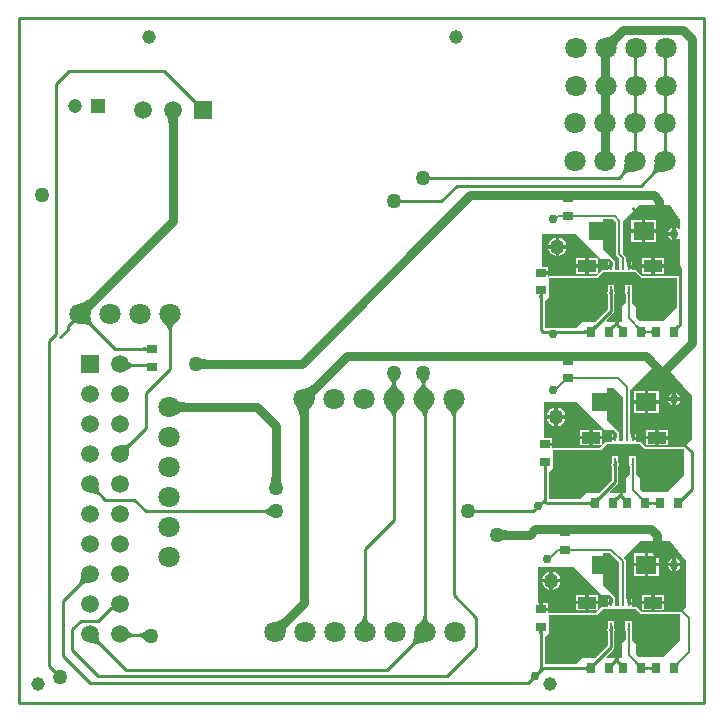
<source format=gtl>
G04*
G04 #@! TF.GenerationSoftware,Altium Limited,Altium Designer,22.4.2 (48)*
G04*
G04 Layer_Physical_Order=1*
G04 Layer_Color=255*
%FSLAX25Y25*%
%MOIN*%
G70*
G04*
G04 #@! TF.SameCoordinates,78AC0251-C41B-4C09-997F-A4DA7E128E32*
G04*
G04*
G04 #@! TF.FilePolarity,Positive*
G04*
G01*
G75*
%ADD12C,0.00787*%
%ADD14C,0.01000*%
%ADD23R,0.01102X0.01968*%
%ADD33R,0.03543X0.02756*%
%ADD34C,0.03000*%
%ADD35R,0.07087X0.06299*%
%ADD36R,0.02756X0.03543*%
%ADD37R,0.06000X0.04000*%
%ADD38R,0.06300X0.03500*%
%ADD39C,0.03150*%
%ADD40C,0.07087*%
%ADD41C,0.02000*%
%ADD42C,0.04535*%
%ADD43C,0.05906*%
%ADD44R,0.05906X0.05906*%
%ADD45R,0.05906X0.05906*%
%ADD46R,0.04724X0.04724*%
%ADD47C,0.04724*%
%ADD48C,0.05000*%
G36*
X200531Y221138D02*
X200278Y220873D01*
X200052Y220608D01*
X199853Y220345D01*
X199681Y220083D01*
X199536Y219823D01*
X199417Y219564D01*
X199326Y219306D01*
X199261Y219049D01*
X199223Y218794D01*
X199212Y218539D01*
X195705Y222047D01*
X195959Y222058D01*
X196214Y222096D01*
X196471Y222160D01*
X196729Y222252D01*
X196988Y222370D01*
X197249Y222516D01*
X197511Y222688D01*
X197774Y222887D01*
X198038Y223113D01*
X198303Y223365D01*
X200531Y221138D01*
D02*
G37*
G36*
X58604Y201283D02*
X58973Y200970D01*
X59136Y200855D01*
X59285Y200769D01*
X59419Y200712D01*
X59539Y200682D01*
X59644Y200681D01*
X59735Y200708D01*
X59812Y200763D01*
X58410Y199361D01*
X58465Y199438D01*
X58492Y199529D01*
X58491Y199634D01*
X58462Y199754D01*
X58404Y199889D01*
X58318Y200037D01*
X58203Y200200D01*
X58061Y200377D01*
X57691Y200775D01*
X58398Y201483D01*
X58604Y201283D01*
D02*
G37*
G36*
X53312Y195617D02*
X53228Y195485D01*
X53154Y195329D01*
X53091Y195149D01*
X53036Y194945D01*
X52992Y194717D01*
X52958Y194465D01*
X52918Y193889D01*
X52913Y193565D01*
X49764D01*
X49759Y193889D01*
X49720Y194465D01*
X49685Y194717D01*
X49641Y194945D01*
X49587Y195149D01*
X49523Y195329D01*
X49449Y195485D01*
X49365Y195617D01*
X49272Y195726D01*
X53405D01*
X53312Y195617D01*
D02*
G37*
G36*
X215476Y177165D02*
X214941Y177163D01*
X213988Y177106D01*
X213570Y177052D01*
X213191Y176981D01*
X212851Y176893D01*
X212550Y176788D01*
X212288Y176666D01*
X212066Y176527D01*
X211882Y176371D01*
X211175Y177078D01*
X211330Y177262D01*
X211469Y177485D01*
X211591Y177747D01*
X211696Y178048D01*
X211784Y178388D01*
X211855Y178767D01*
X211909Y179185D01*
X211966Y180138D01*
X211969Y180673D01*
X215476Y177165D01*
D02*
G37*
G36*
X205476D02*
X204941Y177163D01*
X203988Y177106D01*
X203570Y177052D01*
X203191Y176981D01*
X202851Y176893D01*
X202550Y176788D01*
X202288Y176666D01*
X202065Y176527D01*
X201882Y176371D01*
X201174Y177078D01*
X201330Y177262D01*
X201469Y177485D01*
X201591Y177747D01*
X201696Y178048D01*
X201784Y178388D01*
X201855Y178767D01*
X201909Y179185D01*
X201966Y180138D01*
X201969Y180673D01*
X205476Y177165D01*
D02*
G37*
G36*
X220472Y161028D02*
Y158191D01*
X219972Y157984D01*
X219688Y158268D01*
X219094Y158514D01*
Y156496D01*
Y154478D01*
X219688Y154724D01*
X219972Y155008D01*
X220472Y154801D01*
Y142421D01*
X219668D01*
X219288Y142579D01*
X207651D01*
X206069Y144160D01*
X205610Y144350D01*
X204488D01*
Y144882D01*
X203346D01*
Y145473D01*
X202756D01*
Y147047D01*
X202529D01*
Y147057D01*
X202427D01*
X202422Y147111D01*
X202421Y147238D01*
X202391Y147309D01*
Y148524D01*
X202314Y148911D01*
X202094Y149240D01*
X201476Y149858D01*
Y160728D01*
X206988Y166240D01*
X217224D01*
X220472Y161028D01*
D02*
G37*
G36*
X201773Y147082D02*
X201808Y146642D01*
X201824Y146571D01*
X201843Y146516D01*
X201865Y146476D01*
X201889Y146453D01*
X201917Y146445D01*
X200839D01*
X200866Y146453D01*
X200891Y146476D01*
X200913Y146516D01*
X200932Y146571D01*
X200948Y146642D01*
X200961Y146728D01*
X200978Y146949D01*
X200984Y147232D01*
X201772D01*
X201773Y147082D01*
D02*
G37*
G36*
X199184Y160167D02*
Y149705D01*
X199261Y149317D01*
X199480Y148988D01*
X200098Y148370D01*
Y144488D01*
X198622D01*
Y145330D01*
X198681Y145473D01*
Y146809D01*
X198714Y146890D01*
X198779Y147047D01*
Y147047D01*
Y147047D01*
X198668Y147316D01*
X198622Y147427D01*
Y147539D01*
X194685Y151476D01*
Y161388D01*
X197962D01*
X199184Y160167D01*
D02*
G37*
G36*
X194242Y148179D02*
X196998Y148179D01*
X198130Y147047D01*
X198031D01*
Y145473D01*
X197441D01*
Y144882D01*
X196299D01*
Y144350D01*
X194685D01*
X194226Y144160D01*
X192447Y142382D01*
X176772D01*
X176378Y142219D01*
Y142913D01*
X174016D01*
Y144095D01*
X176378D01*
Y145473D01*
X174360D01*
Y156496D01*
X185925D01*
X194242Y148179D01*
D02*
G37*
G36*
X203858Y137012D02*
X203833Y136988D01*
X203811Y136949D01*
X203793Y136894D01*
X203777Y136823D01*
X203763Y136736D01*
X203746Y136516D01*
X203740Y136232D01*
X202953D01*
X202951Y136382D01*
X202916Y136823D01*
X202900Y136894D01*
X202882Y136949D01*
X202860Y136988D01*
X202835Y137012D01*
X202807Y137020D01*
X203886D01*
X203858Y137012D01*
D02*
G37*
G36*
X197973Y137010D02*
X197966Y136980D01*
X197960Y136930D01*
X197951Y136770D01*
X197941Y136020D01*
X196941D01*
X196902Y137020D01*
X197980D01*
X197973Y137010D01*
D02*
G37*
G36*
X174921Y136234D02*
X174836Y136204D01*
X174761Y136153D01*
X174696Y136083D01*
X174641Y135992D01*
X174596Y135880D01*
X174561Y135749D01*
X174536Y135597D01*
X174521Y135425D01*
X174516Y135232D01*
X173516D01*
X173511Y135425D01*
X173496Y135597D01*
X173471Y135749D01*
X173436Y135880D01*
X173391Y135992D01*
X173336Y136083D01*
X173271Y136153D01*
X173196Y136204D01*
X173111Y136234D01*
X173016Y136244D01*
X175016D01*
X174921Y136234D01*
D02*
G37*
G36*
X25216Y132555D02*
X24963Y132290D01*
X24737Y132026D01*
X24538Y131763D01*
X24366Y131501D01*
X24221Y131240D01*
X24102Y130981D01*
X24011Y130723D01*
X23946Y130466D01*
X23908Y130211D01*
X23898Y129957D01*
X20390Y133464D01*
X20644Y133475D01*
X20899Y133513D01*
X21156Y133578D01*
X21414Y133669D01*
X21673Y133788D01*
X21934Y133933D01*
X22196Y134105D01*
X22459Y134304D01*
X22723Y134530D01*
X22988Y134783D01*
X25216Y132555D01*
D02*
G37*
G36*
X207382Y141929D02*
X219288D01*
Y132083D01*
X214764Y127559D01*
X206791D01*
X205610Y128740D01*
Y132116D01*
X204360Y133366D01*
Y136151D01*
X204390Y136219D01*
X204393Y136408D01*
X204498D01*
Y136930D01*
X204535Y137020D01*
X204500Y137106D01*
X204510Y137198D01*
X204498Y137214D01*
Y139576D01*
X202195D01*
Y137214D01*
X202183Y137198D01*
X202193Y137106D01*
X202158Y137020D01*
X202195Y136930D01*
Y136408D01*
X202298D01*
X202302Y136353D01*
X202303Y136226D01*
X202333Y136156D01*
Y133366D01*
X201181Y132283D01*
Y127165D01*
X195940D01*
X195749Y127627D01*
X198234Y130112D01*
X198234Y130112D01*
X198477Y130476D01*
X198563Y130905D01*
Y135947D01*
X198590Y136011D01*
X198600Y136747D01*
X198607Y136873D01*
X198611Y136904D01*
X198599Y136946D01*
X198630Y137020D01*
X198610Y137066D01*
X198623Y137114D01*
X198592Y137165D01*
Y139576D01*
X196290D01*
Y137110D01*
X196252Y137020D01*
X196257Y137007D01*
X196253Y136995D01*
X196292Y135995D01*
X196319Y135935D01*
Y131370D01*
X192115Y127165D01*
X187795D01*
X185827Y125197D01*
X175591D01*
Y134252D01*
X176772Y135433D01*
Y141732D01*
X192717D01*
X194685Y143701D01*
X205610D01*
X207382Y141929D01*
D02*
G37*
G36*
X21950Y129736D02*
X22012Y129527D01*
X22115Y129293D01*
X22259Y129036D01*
X22445Y128755D01*
X22582Y128570D01*
X23898Y129886D01*
X23900Y129351D01*
X23957Y128398D01*
X24011Y127980D01*
X24082Y127601D01*
X24170Y127261D01*
X24275Y126960D01*
X24397Y126698D01*
X24536Y126475D01*
X24692Y126291D01*
X23984Y125584D01*
X23801Y125740D01*
X23578Y125879D01*
X23316Y126001D01*
X23015Y126105D01*
X22675Y126193D01*
X22296Y126264D01*
X21878Y126318D01*
X20925Y126375D01*
X20390Y126378D01*
X21705Y127693D01*
X21521Y127831D01*
X21239Y128016D01*
X20982Y128161D01*
X20749Y128264D01*
X20539Y128326D01*
X20353Y128347D01*
X21929Y129922D01*
X21950Y129736D01*
D02*
G37*
G36*
X220380Y125579D02*
X220182Y125373D01*
X219871Y125006D01*
X219758Y124843D01*
X219673Y124695D01*
X219617Y124560D01*
X219588Y124440D01*
Y124334D01*
X219617Y124242D01*
X219673Y124164D01*
X218259Y125579D01*
X218337Y125522D01*
X218428Y125494D01*
X218535D01*
X218655Y125522D01*
X218789Y125579D01*
X218938Y125663D01*
X219100Y125777D01*
X219277Y125918D01*
X219673Y126286D01*
X220380Y125579D01*
D02*
G37*
G36*
X198727Y125578D02*
X198527Y125372D01*
X198214Y125003D01*
X198100Y124840D01*
X198013Y124692D01*
X197956Y124557D01*
X197926Y124438D01*
X197925Y124332D01*
X197952Y124241D01*
X198008Y124164D01*
X196605Y125566D01*
X196682Y125511D01*
X196773Y125484D01*
X196879Y125485D01*
X196998Y125515D01*
X197133Y125573D01*
X197281Y125659D01*
X197444Y125773D01*
X197622Y125916D01*
X198020Y126286D01*
X198727Y125578D01*
D02*
G37*
G36*
X192821D02*
X192622Y125372D01*
X192308Y125003D01*
X192194Y124840D01*
X192108Y124692D01*
X192050Y124557D01*
X192021Y124438D01*
X192019Y124332D01*
X192047Y124241D01*
X192102Y124164D01*
X190700Y125566D01*
X190777Y125511D01*
X190868Y125484D01*
X190973Y125485D01*
X191093Y125515D01*
X191227Y125573D01*
X191376Y125659D01*
X191539Y125773D01*
X191716Y125916D01*
X192114Y126286D01*
X192821Y125578D01*
D02*
G37*
G36*
X206277Y125978D02*
X206568Y125731D01*
X206696Y125641D01*
X206813Y125573D01*
X206919Y125527D01*
X207013Y125503D01*
X207096Y125502D01*
X207168Y125523D01*
X207228Y125567D01*
X206126Y124465D01*
X206170Y124525D01*
X206191Y124597D01*
X206190Y124680D01*
X206166Y124774D01*
X206120Y124880D01*
X206052Y124997D01*
X205962Y125125D01*
X205850Y125265D01*
X205558Y125579D01*
X206114Y126135D01*
X206277Y125978D01*
D02*
G37*
G36*
X52458Y127010D02*
X51825Y126296D01*
X51567Y125963D01*
X51349Y125644D01*
X51171Y125342D01*
X51033Y125055D01*
X50933Y124784D01*
X50874Y124528D01*
X50854Y124287D01*
X49854D01*
X49834Y124528D01*
X49775Y124784D01*
X49676Y125055D01*
X49538Y125342D01*
X49359Y125644D01*
X49141Y125963D01*
X48884Y126296D01*
X48250Y127010D01*
X47874Y127391D01*
X52835D01*
X52458Y127010D01*
D02*
G37*
G36*
X200415Y126086D02*
X200784Y125773D01*
X200947Y125659D01*
X201096Y125573D01*
X201230Y125515D01*
X201350Y125485D01*
X201455Y125484D01*
X201546Y125511D01*
X201623Y125567D01*
X200221Y124164D01*
X200276Y124241D01*
X200303Y124332D01*
X200302Y124438D01*
X200273Y124557D01*
X200215Y124692D01*
X200129Y124840D01*
X200014Y125003D01*
X199872Y125181D01*
X199502Y125579D01*
X200209Y126286D01*
X200415Y126086D01*
D02*
G37*
G36*
X211048Y123031D02*
X211040Y123106D01*
X211016Y123173D01*
X210976Y123232D01*
X210920Y123284D01*
X210848Y123327D01*
X210760Y123362D01*
X210656Y123390D01*
X210536Y123409D01*
X210400Y123421D01*
X210248Y123425D01*
Y124213D01*
X210400Y124217D01*
X210536Y124228D01*
X210656Y124248D01*
X210760Y124276D01*
X210848Y124311D01*
X210920Y124354D01*
X210976Y124406D01*
X211016Y124465D01*
X211040Y124531D01*
X211048Y124606D01*
Y123031D01*
D02*
G37*
G36*
X208854Y124531D02*
X208878Y124465D01*
X208917Y124406D01*
X208972Y124354D01*
X209043Y124311D01*
X209130Y124276D01*
X209232Y124248D01*
X209350Y124228D01*
X209484Y124217D01*
X209634Y124213D01*
Y123425D01*
X209484Y123421D01*
X209350Y123409D01*
X209232Y123390D01*
X209130Y123362D01*
X209043Y123327D01*
X208972Y123284D01*
X208917Y123232D01*
X208878Y123173D01*
X208854Y123106D01*
X208846Y123031D01*
Y124606D01*
X208854Y124531D01*
D02*
G37*
G36*
X189382Y122819D02*
X189372Y122914D01*
X189342Y122999D01*
X189292Y123074D01*
X189222Y123139D01*
X189132Y123194D01*
X189022Y123239D01*
X188892Y123274D01*
X188742Y123299D01*
X188572Y123314D01*
X188382Y123319D01*
Y124319D01*
X188572Y124324D01*
X188742Y124339D01*
X188892Y124364D01*
X189022Y124399D01*
X189132Y124444D01*
X189222Y124499D01*
X189292Y124564D01*
X189342Y124639D01*
X189372Y124724D01*
X189382Y124819D01*
Y122819D01*
D02*
G37*
G36*
X42544Y117110D02*
X42534Y117205D01*
X42503Y117290D01*
X42453Y117365D01*
X42382Y117430D01*
X42291Y117485D01*
X42179Y117530D01*
X42048Y117565D01*
X41896Y117590D01*
X41724Y117605D01*
X41532Y117610D01*
Y118610D01*
X41724Y118615D01*
X41896Y118630D01*
X42048Y118655D01*
X42179Y118690D01*
X42291Y118735D01*
X42382Y118790D01*
X42453Y118855D01*
X42503Y118930D01*
X42534Y119015D01*
X42544Y119110D01*
Y117110D01*
D02*
G37*
G36*
Y111598D02*
X42533Y111693D01*
X42502Y111778D01*
X42451Y111853D01*
X42380Y111918D01*
X42289Y111973D01*
X42178Y112018D01*
X42046Y112053D01*
X41895Y112078D01*
X41723Y112093D01*
X41532Y112098D01*
Y113098D01*
X41722Y113103D01*
X41892Y113117D01*
X42042Y113141D01*
X42172Y113174D01*
X42282Y113216D01*
X42372Y113268D01*
X42442Y113330D01*
X42492Y113401D01*
X42522Y113481D01*
X42532Y113571D01*
X42544Y111598D01*
D02*
G37*
G36*
X60888Y114906D02*
X60962Y114876D01*
X61062Y114850D01*
X61188Y114827D01*
X61340Y114808D01*
X61724Y114779D01*
X62497Y114764D01*
Y111614D01*
X62213Y111612D01*
X61188Y111551D01*
X61062Y111528D01*
X60962Y111502D01*
X60888Y111472D01*
X60840Y111439D01*
Y114939D01*
X60888Y114906D01*
D02*
G37*
G36*
X36234Y114444D02*
X36721Y113912D01*
X36960Y113696D01*
X37197Y113514D01*
X37432Y113364D01*
X37664Y113248D01*
X37893Y113165D01*
X38120Y113115D01*
X38344Y113098D01*
X38208Y112098D01*
X38013Y112084D01*
X37800Y112041D01*
X37569Y111969D01*
X37319Y111869D01*
X37051Y111740D01*
X36765Y111582D01*
X36137Y111179D01*
X35436Y110662D01*
X35987Y114759D01*
X36234Y114444D01*
D02*
G37*
G36*
X136415Y108254D02*
X136022Y107771D01*
X135863Y107540D01*
X135728Y107316D01*
X135617Y107099D01*
X135532Y106890D01*
X135470Y106687D01*
X135467Y106669D01*
X135501Y106521D01*
X135601Y106250D01*
X135742Y105965D01*
X135922Y105666D01*
X136142Y105353D01*
X136402Y105027D01*
X137043Y104331D01*
X137424Y103963D01*
X132464Y103853D01*
X132836Y104245D01*
X133717Y105319D01*
X133932Y105642D01*
X134108Y105948D01*
X134245Y106237D01*
X134343Y106509D01*
X134374Y106643D01*
X134370Y106662D01*
X134307Y106864D01*
X134218Y107070D01*
X134103Y107280D01*
X133964Y107495D01*
X133798Y107714D01*
X133607Y107937D01*
X133391Y108165D01*
X133150Y108397D01*
X136648Y108507D01*
X136415Y108254D01*
D02*
G37*
G36*
X99861Y104012D02*
X99609Y103747D01*
X99383Y103482D01*
X99184Y103219D01*
X99012Y102957D01*
X98866Y102697D01*
X98748Y102438D01*
X98656Y102180D01*
X98592Y101923D01*
X98554Y101668D01*
X98543Y101413D01*
X95035Y104921D01*
X95290Y104932D01*
X95545Y104970D01*
X95802Y105034D01*
X96060Y105126D01*
X96319Y105244D01*
X96580Y105389D01*
X96841Y105562D01*
X97104Y105761D01*
X97369Y105986D01*
X97634Y106239D01*
X99861Y104012D01*
D02*
G37*
G36*
X52915Y101048D02*
X53122Y100894D01*
X53349Y100759D01*
X53597Y100641D01*
X53864Y100541D01*
X54150Y100460D01*
X54457Y100397D01*
X54784Y100351D01*
X55130Y100324D01*
X55497Y100315D01*
Y97165D01*
X55130Y97156D01*
X54784Y97129D01*
X54457Y97084D01*
X54150Y97021D01*
X53864Y96939D01*
X53597Y96839D01*
X53349Y96722D01*
X53122Y96586D01*
X52915Y96432D01*
X52727Y96260D01*
Y101221D01*
X52915Y101048D01*
D02*
G37*
G36*
X97308Y98660D02*
X97154Y98453D01*
X97018Y98225D01*
X96901Y97978D01*
X96801Y97711D01*
X96720Y97424D01*
X96656Y97118D01*
X96611Y96791D01*
X96584Y96444D01*
X96575Y96078D01*
X93425D01*
X93416Y96444D01*
X93389Y96791D01*
X93344Y97118D01*
X93280Y97424D01*
X93199Y97711D01*
X93099Y97978D01*
X92981Y98225D01*
X92846Y98453D01*
X92692Y98660D01*
X92520Y98848D01*
X97480D01*
X97308Y98660D01*
D02*
G37*
G36*
X147104Y98467D02*
X146470Y97753D01*
X146213Y97419D01*
X145995Y97101D01*
X145817Y96799D01*
X145678Y96512D01*
X145579Y96240D01*
X145520Y95984D01*
X145500Y95744D01*
X144500D01*
X144480Y95984D01*
X144421Y96240D01*
X144322Y96512D01*
X144183Y96799D01*
X144005Y97101D01*
X143787Y97419D01*
X143530Y97753D01*
X142896Y98467D01*
X142520Y98848D01*
X147480D01*
X147104Y98467D01*
D02*
G37*
G36*
X126513Y108209D02*
X126112Y107741D01*
X125950Y107517D01*
X125812Y107297D01*
X125700Y107084D01*
X125612Y106876D01*
X125550Y106674D01*
X125547Y106656D01*
X125579Y106516D01*
X125678Y106244D01*
X125817Y105957D01*
X125995Y105655D01*
X126213Y105337D01*
X126470Y105003D01*
X127104Y104289D01*
X127480Y103908D01*
X125000Y101378D01*
X127480Y98848D01*
X127104Y98467D01*
X126470Y97753D01*
X126213Y97419D01*
X125995Y97101D01*
X125817Y96799D01*
X125678Y96512D01*
X125579Y96240D01*
X125520Y95984D01*
X125500Y95744D01*
X124500D01*
X124480Y95984D01*
X124421Y96240D01*
X124322Y96512D01*
X124183Y96799D01*
X124005Y97101D01*
X123787Y97419D01*
X123530Y97753D01*
X122896Y98467D01*
X122520Y98848D01*
X125000Y101378D01*
X122520Y103908D01*
X122896Y104289D01*
X123530Y105003D01*
X123787Y105337D01*
X124005Y105655D01*
X124183Y105957D01*
X124322Y106244D01*
X124421Y106516D01*
X124453Y106656D01*
X124450Y106674D01*
X124388Y106876D01*
X124300Y107084D01*
X124188Y107297D01*
X124050Y107517D01*
X123888Y107741D01*
X123700Y107972D01*
X123250Y108451D01*
X126750D01*
X126513Y108209D01*
D02*
G37*
G36*
X137338Y98649D02*
X136492Y97496D01*
X136285Y97158D01*
X136116Y96841D01*
X135984Y96548D01*
X135890Y96277D01*
X135834Y96029D01*
X135815Y95804D01*
X134815Y95714D01*
X134794Y95965D01*
X134732Y96226D01*
X134629Y96495D01*
X134485Y96774D01*
X134300Y97062D01*
X134073Y97359D01*
X133805Y97665D01*
X133496Y97980D01*
X132754Y98637D01*
X137695Y99078D01*
X137338Y98649D01*
D02*
G37*
G36*
X201430Y102087D02*
Y87324D01*
X199954D01*
Y88166D01*
X200013Y88308D01*
Y89645D01*
X200046Y89725D01*
X200111Y89883D01*
Y89883D01*
Y89883D01*
X200000Y90152D01*
X199954Y90263D01*
Y90375D01*
X196017Y94312D01*
Y105040D01*
X198477D01*
X201430Y102087D01*
D02*
G37*
G36*
X224410Y102362D02*
Y101346D01*
Y87862D01*
X221891Y85343D01*
X221720Y85414D01*
X208982D01*
X207401Y86996D01*
X206942Y87186D01*
X205820D01*
Y87717D01*
X204678D01*
Y88308D01*
X204087D01*
Y89883D01*
X203861D01*
Y89892D01*
X203723D01*
Y104479D01*
X211449Y112205D01*
X215828D01*
X224410Y102362D01*
D02*
G37*
G36*
X195574Y91015D02*
X198330Y91015D01*
X199462Y89883D01*
X199363D01*
Y88308D01*
X198773D01*
Y87717D01*
X197631D01*
Y87186D01*
X196017D01*
X195557Y86996D01*
X193779Y85217D01*
X178103D01*
X177710Y85054D01*
Y85749D01*
X175347D01*
Y86930D01*
X177710D01*
Y88308D01*
X175197D01*
Y100394D01*
X186195D01*
X195574Y91015D01*
D02*
G37*
G36*
X37286Y85949D02*
X37147Y85788D01*
X37023Y85597D01*
X36914Y85378D01*
X36820Y85129D01*
X36742Y84851D01*
X36678Y84543D01*
X36630Y84207D01*
X36578Y83446D01*
X36575Y83022D01*
X33652Y85945D01*
X34076Y85948D01*
X34837Y86000D01*
X35173Y86048D01*
X35480Y86112D01*
X35759Y86190D01*
X36007Y86284D01*
X36227Y86393D01*
X36418Y86517D01*
X36579Y86656D01*
X37286Y85949D01*
D02*
G37*
G36*
X205190Y79848D02*
X205165Y79824D01*
X205143Y79785D01*
X205124Y79729D01*
X205108Y79659D01*
X205095Y79572D01*
X205078Y79351D01*
X205072Y79068D01*
X204284D01*
X204283Y79218D01*
X204248Y79659D01*
X204232Y79729D01*
X204213Y79785D01*
X204191Y79824D01*
X204167Y79848D01*
X204139Y79855D01*
X205217D01*
X205190Y79848D01*
D02*
G37*
G36*
X199304Y79845D02*
X199298Y79815D01*
X199292Y79765D01*
X199282Y79605D01*
X199273Y78855D01*
X198273D01*
X198233Y79855D01*
X199312D01*
X199304Y79845D01*
D02*
G37*
G36*
X87207Y75008D02*
X87268Y73983D01*
X87291Y73857D01*
X87317Y73757D01*
X87347Y73683D01*
X87380Y73636D01*
X83880D01*
X83913Y73683D01*
X83943Y73757D01*
X83969Y73857D01*
X83992Y73983D01*
X84011Y74136D01*
X84039Y74519D01*
X84055Y75292D01*
X87205D01*
X87207Y75008D01*
D02*
G37*
G36*
X208714Y84765D02*
X221720D01*
X221902Y84582D01*
Y76202D01*
X216095Y70394D01*
X208123D01*
X206942Y71576D01*
Y74951D01*
X205691Y76202D01*
Y78987D01*
X205721Y79055D01*
X205725Y79243D01*
X205829D01*
Y79765D01*
X205867Y79855D01*
X205831Y79941D01*
X205842Y80033D01*
X205829Y80049D01*
Y82412D01*
X203527D01*
Y80049D01*
X203514Y80033D01*
X203525Y79941D01*
X203489Y79855D01*
X203527Y79765D01*
Y79243D01*
X203629D01*
X203634Y79189D01*
X203635Y79062D01*
X203665Y78991D01*
Y76202D01*
X202513Y75119D01*
Y70001D01*
X197272D01*
X197081Y70463D01*
X199566Y72948D01*
X199566Y72948D01*
X199809Y73312D01*
X199894Y73741D01*
Y78782D01*
X199922Y78847D01*
X199932Y79582D01*
X199939Y79708D01*
X199943Y79739D01*
X199931Y79782D01*
X199961Y79855D01*
X199942Y79901D01*
X199954Y79950D01*
X199924Y80001D01*
Y82412D01*
X197621D01*
Y79946D01*
X197584Y79855D01*
X197589Y79843D01*
X197584Y79830D01*
X197624Y78830D01*
X197651Y78771D01*
Y74205D01*
X193446Y70001D01*
X189127D01*
X187158Y68032D01*
X176922D01*
Y77087D01*
X178103Y78268D01*
Y84568D01*
X194048D01*
X196017Y86536D01*
X206942D01*
X208714Y84765D01*
D02*
G37*
G36*
X26578Y72538D02*
X26629Y71778D01*
X26678Y71441D01*
X26742Y71134D01*
X26820Y70856D01*
X26914Y70607D01*
X27023Y70387D01*
X27147Y70196D01*
X27286Y70035D01*
X26579Y69328D01*
X26418Y69467D01*
X26227Y69591D01*
X26008Y69700D01*
X25759Y69794D01*
X25480Y69873D01*
X25173Y69936D01*
X24836Y69985D01*
X24076Y70036D01*
X23652Y70039D01*
X26575Y72963D01*
X26578Y72538D01*
D02*
G37*
G36*
X200058Y68414D02*
X199859Y68208D01*
X199546Y67839D01*
X199431Y67676D01*
X199345Y67527D01*
X199287Y67393D01*
X199258Y67273D01*
X199257Y67168D01*
X199284Y67076D01*
X199339Y67000D01*
X197937Y68402D01*
X198014Y68347D01*
X198105Y68320D01*
X198210Y68321D01*
X198330Y68350D01*
X198464Y68408D01*
X198613Y68494D01*
X198776Y68608D01*
X198953Y68751D01*
X199351Y69121D01*
X200058Y68414D01*
D02*
G37*
G36*
X194153D02*
X193954Y68208D01*
X193640Y67839D01*
X193526Y67676D01*
X193440Y67527D01*
X193382Y67393D01*
X193352Y67273D01*
X193351Y67168D01*
X193378Y67076D01*
X193434Y67000D01*
X192031Y68402D01*
X192108Y68347D01*
X192199Y68320D01*
X192305Y68321D01*
X192424Y68350D01*
X192559Y68408D01*
X192707Y68494D01*
X192870Y68608D01*
X193048Y68751D01*
X193446Y69121D01*
X194153Y68414D01*
D02*
G37*
G36*
X222065Y68374D02*
X221818Y68119D01*
X221264Y67459D01*
X221142Y67274D01*
X221052Y67106D01*
X220993Y66955D01*
X220966Y66821D01*
X220969Y66705D01*
X221005Y66606D01*
X219984Y68414D01*
X220044Y68340D01*
X220122Y68298D01*
X220219Y68288D01*
X220333Y68310D01*
X220465Y68365D01*
X220616Y68452D01*
X220784Y68571D01*
X220971Y68722D01*
X221398Y69121D01*
X222065Y68374D01*
D02*
G37*
G36*
X207609Y68814D02*
X207899Y68566D01*
X208028Y68476D01*
X208145Y68408D01*
X208251Y68362D01*
X208345Y68339D01*
X208428Y68338D01*
X208499Y68359D01*
X208559Y68402D01*
X207458Y67300D01*
X207501Y67361D01*
X207522Y67432D01*
X207521Y67515D01*
X207498Y67609D01*
X207452Y67715D01*
X207384Y67832D01*
X207294Y67961D01*
X207181Y68100D01*
X206889Y68414D01*
X207446Y68971D01*
X207609Y68814D01*
D02*
G37*
G36*
X201747Y68922D02*
X202116Y68608D01*
X202279Y68494D01*
X202427Y68408D01*
X202562Y68350D01*
X202681Y68321D01*
X202787Y68320D01*
X202878Y68347D01*
X202955Y68402D01*
X201553Y67000D01*
X201608Y67076D01*
X201635Y67168D01*
X201634Y67273D01*
X201604Y67393D01*
X201547Y67527D01*
X201460Y67676D01*
X201346Y67839D01*
X201203Y68016D01*
X200833Y68414D01*
X201540Y69121D01*
X201747Y68922D01*
D02*
G37*
G36*
X212379Y65867D02*
X212371Y65942D01*
X212347Y66009D01*
X212307Y66068D01*
X212251Y66119D01*
X212179Y66162D01*
X212091Y66198D01*
X211988Y66225D01*
X211868Y66245D01*
X211732Y66257D01*
X211580Y66261D01*
Y67048D01*
X211732Y67052D01*
X211868Y67064D01*
X211988Y67084D01*
X212091Y67111D01*
X212179Y67146D01*
X212251Y67190D01*
X212307Y67241D01*
X212347Y67300D01*
X212371Y67367D01*
X212379Y67442D01*
Y65867D01*
D02*
G37*
G36*
X210186Y67367D02*
X210209Y67300D01*
X210249Y67241D01*
X210304Y67190D01*
X210375Y67146D01*
X210461Y67111D01*
X210564Y67084D01*
X210682Y67064D01*
X210816Y67052D01*
X210965Y67048D01*
Y66261D01*
X210816Y66257D01*
X210682Y66245D01*
X210564Y66225D01*
X210461Y66198D01*
X210375Y66162D01*
X210304Y66119D01*
X210249Y66068D01*
X210209Y66009D01*
X210186Y65942D01*
X210178Y65867D01*
Y67442D01*
X210186Y67367D01*
D02*
G37*
G36*
X190714Y65654D02*
X190704Y65749D01*
X190674Y65834D01*
X190624Y65909D01*
X190554Y65974D01*
X190464Y66029D01*
X190354Y66074D01*
X190224Y66109D01*
X190074Y66134D01*
X189904Y66149D01*
X189714Y66154D01*
Y67154D01*
X189904Y67159D01*
X190074Y67174D01*
X190224Y67199D01*
X190354Y67234D01*
X190464Y67279D01*
X190554Y67334D01*
X190624Y67399D01*
X190674Y67474D01*
X190704Y67559D01*
X190714Y67654D01*
Y65654D01*
D02*
G37*
G36*
X83845Y62226D02*
X83602Y62464D01*
X83135Y62864D01*
X82910Y63026D01*
X82691Y63164D01*
X82477Y63276D01*
X82270Y63364D01*
X82067Y63426D01*
X81871Y63464D01*
X81680Y63476D01*
Y64476D01*
X81871Y64489D01*
X82067Y64526D01*
X82270Y64589D01*
X82477Y64676D01*
X82691Y64789D01*
X82910Y64926D01*
X83135Y65089D01*
X83366Y65276D01*
X83845Y65726D01*
Y62226D01*
D02*
G37*
G36*
X161282Y57819D02*
X161355Y57789D01*
X161455Y57763D01*
X161582Y57740D01*
X161734Y57721D01*
X162118Y57693D01*
X162891Y57677D01*
Y54528D01*
X162607Y54526D01*
X161582Y54465D01*
X161455Y54442D01*
X161355Y54415D01*
X161282Y54386D01*
X161234Y54352D01*
Y57852D01*
X161282Y57819D01*
D02*
G37*
G36*
X23593Y40040D02*
X23168Y40036D01*
X22408Y39985D01*
X22071Y39936D01*
X21764Y39873D01*
X21486Y39794D01*
X21237Y39700D01*
X21017Y39591D01*
X20826Y39467D01*
X20665Y39328D01*
X19958Y40035D01*
X20097Y40196D01*
X20221Y40387D01*
X20330Y40607D01*
X20424Y40856D01*
X20503Y41134D01*
X20566Y41441D01*
X20615Y41778D01*
X20666Y42538D01*
X20669Y42963D01*
X23593Y40040D01*
D02*
G37*
G36*
X200098Y47047D02*
Y32283D01*
X198622D01*
Y33126D01*
X198681Y33268D01*
Y34605D01*
X198714Y34685D01*
X198779Y34843D01*
Y34843D01*
Y34843D01*
X198668Y35111D01*
X198622Y35222D01*
Y35335D01*
X194685Y39272D01*
Y50000D01*
X197146D01*
X200098Y47047D01*
D02*
G37*
G36*
X222441Y47343D02*
Y45669D01*
Y32185D01*
X220613Y30357D01*
X220571Y30374D01*
X207651D01*
X206069Y31955D01*
X205610Y32146D01*
X204488D01*
Y32677D01*
X203346D01*
Y33268D01*
X202756D01*
Y34843D01*
X202529D01*
Y34852D01*
X202391D01*
Y47271D01*
X202314Y47659D01*
X202094Y47988D01*
X201518Y48565D01*
X206988Y54035D01*
X217224D01*
X222441Y47343D01*
D02*
G37*
G36*
X194242Y35974D02*
X196998Y35974D01*
X198130Y34843D01*
X198031D01*
Y33268D01*
X197441D01*
Y32677D01*
X196299D01*
Y32146D01*
X194685D01*
X194226Y31955D01*
X192447Y30177D01*
X176772D01*
X176378Y30014D01*
Y30709D01*
X174016D01*
Y31299D01*
X173425D01*
Y33268D01*
X173228D01*
Y45276D01*
X184941D01*
X194242Y35974D01*
D02*
G37*
G36*
X135835Y29016D02*
X135894Y28760D01*
X135993Y28488D01*
X136132Y28201D01*
X136310Y27899D01*
X136528Y27581D01*
X136785Y27247D01*
X137419Y26533D01*
X137795Y26153D01*
X132835D01*
X133211Y26533D01*
X133845Y27247D01*
X134102Y27581D01*
X134320Y27899D01*
X134498Y28201D01*
X134637Y28488D01*
X134736Y28760D01*
X134795Y29016D01*
X134815Y29256D01*
X135815D01*
X135835Y29016D01*
D02*
G37*
G36*
X115835D02*
X115894Y28760D01*
X115993Y28488D01*
X116132Y28201D01*
X116310Y27899D01*
X116528Y27581D01*
X116785Y27247D01*
X117419Y26533D01*
X117795Y26153D01*
X112835D01*
X113211Y26533D01*
X113845Y27247D01*
X114102Y27581D01*
X114320Y27899D01*
X114498Y28201D01*
X114637Y28488D01*
X114736Y28760D01*
X114795Y29016D01*
X114815Y29256D01*
X115815D01*
X115835Y29016D01*
D02*
G37*
G36*
X203858Y24807D02*
X203833Y24784D01*
X203811Y24744D01*
X203793Y24689D01*
X203777Y24618D01*
X203763Y24532D01*
X203746Y24311D01*
X203740Y24028D01*
X202953D01*
X202951Y24177D01*
X202916Y24618D01*
X202900Y24689D01*
X202882Y24744D01*
X202860Y24784D01*
X202835Y24807D01*
X202807Y24815D01*
X203886D01*
X203858Y24807D01*
D02*
G37*
G36*
X197973Y24805D02*
X197966Y24775D01*
X197960Y24725D01*
X197951Y24565D01*
X197941Y23815D01*
X196941D01*
X196902Y24815D01*
X197980D01*
X197973Y24805D01*
D02*
G37*
G36*
X90176Y26256D02*
X89924Y25991D01*
X89698Y25726D01*
X89499Y25463D01*
X89327Y25202D01*
X89181Y24941D01*
X89063Y24682D01*
X88971Y24424D01*
X88907Y24167D01*
X88869Y23912D01*
X88858Y23658D01*
X85350Y27165D01*
X85605Y27176D01*
X85860Y27214D01*
X86117Y27279D01*
X86375Y27370D01*
X86634Y27488D01*
X86895Y27634D01*
X87156Y27806D01*
X87419Y28005D01*
X87684Y28231D01*
X87949Y28483D01*
X90176Y26256D01*
D02*
G37*
G36*
X174921Y24030D02*
X174836Y23999D01*
X174761Y23949D01*
X174696Y23878D01*
X174641Y23787D01*
X174596Y23675D01*
X174561Y23544D01*
X174536Y23392D01*
X174521Y23220D01*
X174516Y23028D01*
X173516D01*
X173511Y23220D01*
X173496Y23392D01*
X173471Y23544D01*
X173436Y23675D01*
X173391Y23787D01*
X173336Y23878D01*
X173271Y23949D01*
X173196Y23999D01*
X173111Y24030D01*
X173016Y24040D01*
X175016D01*
X174921Y24030D01*
D02*
G37*
G36*
X42051Y20934D02*
X41841Y21183D01*
X41425Y21603D01*
X41219Y21774D01*
X41015Y21918D01*
X40811Y22036D01*
X40610Y22128D01*
X40409Y22194D01*
X40211Y22233D01*
X40013Y22246D01*
X40114Y23246D01*
X40295Y23258D01*
X40488Y23293D01*
X40690Y23351D01*
X40902Y23434D01*
X41125Y23539D01*
X41359Y23668D01*
X41602Y23820D01*
X42121Y24195D01*
X42396Y24417D01*
X42051Y20934D01*
D02*
G37*
G36*
X36163Y24566D02*
X36683Y24045D01*
X36934Y23833D01*
X37181Y23654D01*
X37422Y23507D01*
X37659Y23393D01*
X37889Y23311D01*
X38115Y23262D01*
X38335Y23246D01*
X38251Y22246D01*
X38048Y22231D01*
X37831Y22186D01*
X37599Y22112D01*
X37351Y22008D01*
X37089Y21874D01*
X36812Y21710D01*
X36211Y21293D01*
X35889Y21040D01*
X35551Y20757D01*
X35896Y24876D01*
X36163Y24566D01*
D02*
G37*
G36*
X26578Y22538D02*
X26629Y21778D01*
X26678Y21441D01*
X26742Y21134D01*
X26820Y20856D01*
X26914Y20607D01*
X27023Y20387D01*
X27147Y20197D01*
X27286Y20035D01*
X26579Y19328D01*
X26418Y19467D01*
X26227Y19591D01*
X26008Y19700D01*
X25759Y19794D01*
X25480Y19873D01*
X25173Y19936D01*
X24836Y19985D01*
X24076Y20036D01*
X23652Y20040D01*
X26575Y22963D01*
X26578Y22538D01*
D02*
G37*
G36*
X135280Y20079D02*
X134745Y20076D01*
X133791Y20019D01*
X133373Y19965D01*
X132994Y19894D01*
X132654Y19806D01*
X132353Y19701D01*
X132092Y19579D01*
X131869Y19441D01*
X131685Y19285D01*
X130978Y19992D01*
X131134Y20176D01*
X131272Y20399D01*
X131394Y20661D01*
X131499Y20962D01*
X131587Y21302D01*
X131658Y21680D01*
X131712Y22098D01*
X131769Y23052D01*
X131772Y23587D01*
X135280Y20079D01*
D02*
G37*
G36*
X207382Y29724D02*
X220571D01*
Y21161D01*
X214764Y15354D01*
X206791D01*
X205610Y16535D01*
Y19911D01*
X204360Y21161D01*
Y23946D01*
X204390Y24014D01*
X204393Y24203D01*
X204498D01*
Y24725D01*
X204535Y24815D01*
X204500Y24901D01*
X204510Y24993D01*
X204498Y25009D01*
Y27372D01*
X202195D01*
Y25009D01*
X202183Y24993D01*
X202193Y24901D01*
X202158Y24815D01*
X202195Y24725D01*
Y24203D01*
X202298D01*
X202302Y24149D01*
X202303Y24022D01*
X202333Y23951D01*
Y21161D01*
X201181Y20079D01*
Y14961D01*
X199746D01*
X199909Y14764D01*
X199409D01*
X198202Y14264D01*
X198337Y14408D01*
X198457Y14558D01*
X198563Y14714D01*
X198655Y14876D01*
X198694Y14961D01*
X195940D01*
X195749Y15423D01*
X198234Y17908D01*
X198234Y17908D01*
X198477Y18272D01*
X198563Y18701D01*
Y23742D01*
X198590Y23807D01*
X198600Y24542D01*
X198607Y24668D01*
X198611Y24699D01*
X198599Y24742D01*
X198630Y24815D01*
X198610Y24861D01*
X198623Y24909D01*
X198592Y24961D01*
Y27372D01*
X196290D01*
Y24905D01*
X196252Y24815D01*
X196257Y24803D01*
X196253Y24790D01*
X196292Y23790D01*
X196319Y23730D01*
Y19165D01*
X192115Y14961D01*
X187795D01*
X185827Y12992D01*
X175591D01*
Y22047D01*
X176772Y23228D01*
Y29528D01*
X192717D01*
X194685Y31496D01*
X205610D01*
X207382Y29724D01*
D02*
G37*
G36*
X220230Y13374D02*
X220074Y13212D01*
X219829Y12923D01*
X219740Y12795D01*
X219673Y12678D01*
X219629Y12572D01*
X219606Y12477D01*
Y12394D01*
X219629Y12321D01*
X219673Y12260D01*
X218560Y13374D01*
X218621Y13329D01*
X218693Y13307D01*
X218777D01*
X218871Y13329D01*
X218977Y13374D01*
X219094Y13441D01*
X219222Y13530D01*
X219361Y13641D01*
X219673Y13931D01*
X220230Y13374D01*
D02*
G37*
G36*
X198727Y13374D02*
X198527Y13168D01*
X198214Y12799D01*
X198100Y12636D01*
X198013Y12487D01*
X197956Y12353D01*
X197926Y12233D01*
X197925Y12127D01*
X197952Y12036D01*
X198008Y11960D01*
X196605Y13362D01*
X196682Y13306D01*
X196773Y13279D01*
X196879Y13281D01*
X196998Y13310D01*
X197133Y13368D01*
X197281Y13454D01*
X197444Y13568D01*
X197622Y13711D01*
X198020Y14081D01*
X198727Y13374D01*
D02*
G37*
G36*
X192821D02*
X192622Y13168D01*
X192308Y12799D01*
X192194Y12636D01*
X192108Y12487D01*
X192050Y12353D01*
X192021Y12233D01*
X192019Y12127D01*
X192047Y12036D01*
X192102Y11960D01*
X190700Y13362D01*
X190777Y13306D01*
X190868Y13279D01*
X190973Y13281D01*
X191093Y13310D01*
X191227Y13368D01*
X191376Y13454D01*
X191539Y13568D01*
X191716Y13711D01*
X192114Y14081D01*
X192821Y13374D01*
D02*
G37*
G36*
X206277Y13773D02*
X206568Y13526D01*
X206696Y13436D01*
X206813Y13368D01*
X206919Y13322D01*
X207013Y13299D01*
X207096Y13297D01*
X207168Y13318D01*
X207228Y13362D01*
X206126Y12260D01*
X206170Y12320D01*
X206191Y12392D01*
X206190Y12475D01*
X206166Y12569D01*
X206120Y12675D01*
X206052Y12792D01*
X205962Y12920D01*
X205850Y13060D01*
X205558Y13374D01*
X206114Y13931D01*
X206277Y13773D01*
D02*
G37*
G36*
X200415Y13882D02*
X200784Y13568D01*
X200947Y13454D01*
X201096Y13368D01*
X201230Y13310D01*
X201350Y13281D01*
X201455Y13279D01*
X201546Y13307D01*
X201623Y13362D01*
X200221Y11960D01*
X200276Y12036D01*
X200303Y12127D01*
X200302Y12233D01*
X200273Y12353D01*
X200215Y12487D01*
X200129Y12636D01*
X200014Y12799D01*
X199872Y12976D01*
X199502Y13374D01*
X200209Y14081D01*
X200415Y13882D01*
D02*
G37*
G36*
X211048Y10827D02*
X211040Y10902D01*
X211016Y10968D01*
X210976Y11028D01*
X210920Y11079D01*
X210848Y11122D01*
X210760Y11157D01*
X210656Y11185D01*
X210536Y11205D01*
X210400Y11216D01*
X210248Y11220D01*
Y12008D01*
X210400Y12012D01*
X210536Y12024D01*
X210656Y12043D01*
X210760Y12071D01*
X210848Y12106D01*
X210920Y12150D01*
X210976Y12201D01*
X211016Y12260D01*
X211040Y12327D01*
X211048Y12402D01*
Y10827D01*
D02*
G37*
G36*
X208854Y12327D02*
X208878Y12260D01*
X208917Y12201D01*
X208972Y12150D01*
X209043Y12106D01*
X209130Y12071D01*
X209232Y12043D01*
X209350Y12024D01*
X209484Y12012D01*
X209634Y12008D01*
Y11220D01*
X209484Y11216D01*
X209350Y11205D01*
X209232Y11185D01*
X209130Y11157D01*
X209043Y11122D01*
X208972Y11079D01*
X208917Y11028D01*
X208878Y10968D01*
X208854Y10902D01*
X208846Y10827D01*
Y12402D01*
X208854Y12327D01*
D02*
G37*
G36*
X189382Y10614D02*
X189372Y10709D01*
X189342Y10794D01*
X189292Y10869D01*
X189222Y10934D01*
X189132Y10989D01*
X189022Y11034D01*
X188892Y11069D01*
X188742Y11094D01*
X188572Y11109D01*
X188382Y11114D01*
Y12114D01*
X188572Y12119D01*
X188742Y12134D01*
X188892Y12159D01*
X189022Y12194D01*
X189132Y12239D01*
X189222Y12294D01*
X189292Y12359D01*
X189342Y12434D01*
X189372Y12519D01*
X189382Y12614D01*
Y10614D01*
D02*
G37*
G36*
X174463Y12470D02*
X174567Y12395D01*
X174683Y12329D01*
X174811Y12272D01*
X174949Y12224D01*
X175098Y12184D01*
X175259Y12154D01*
X175614Y12119D01*
X175809Y12114D01*
Y11114D01*
X175612Y11107D01*
X175420Y11086D01*
X175235Y11050D01*
X175056Y11001D01*
X174882Y10937D01*
X174714Y10860D01*
X174552Y10768D01*
X174396Y10662D01*
X174246Y10541D01*
X174101Y10407D01*
X173187Y10907D01*
X173433Y11171D01*
X173527Y11289D01*
X173603Y11397D01*
X173660Y11495D01*
X173698Y11585D01*
X173717Y11664D01*
X173717Y11734D01*
X173699Y11795D01*
X173662Y11846D01*
X174369Y12553D01*
X174463Y12470D01*
D02*
G37*
%LPC*%
G36*
X212402Y161221D02*
X208858D01*
Y158071D01*
X212402D01*
Y161221D01*
D02*
G37*
G36*
X207677D02*
X204134D01*
Y158071D01*
X207677D01*
Y161221D01*
D02*
G37*
G36*
X217913Y158514D02*
X217320Y158268D01*
X216732Y157680D01*
X216486Y157087D01*
X217913D01*
Y158514D01*
D02*
G37*
G36*
Y155905D02*
X216486D01*
X216732Y155312D01*
X217320Y154724D01*
X217913Y154478D01*
Y155905D01*
D02*
G37*
G36*
X212402Y156890D02*
X208858D01*
Y153740D01*
X212402D01*
Y156890D01*
D02*
G37*
G36*
X207677D02*
X204134D01*
Y153740D01*
X207677D01*
Y156890D01*
D02*
G37*
G36*
X215008Y148323D02*
X212008D01*
Y146323D01*
X214393D01*
Y146732D01*
X214403Y146637D01*
X214434Y146552D01*
X214484Y146477D01*
X214555Y146412D01*
X214646Y146357D01*
X214732Y146323D01*
X215008D01*
Y148323D01*
D02*
G37*
G36*
X210827D02*
X207827D01*
Y146323D01*
X210827D01*
Y148323D01*
D02*
G37*
G36*
X204488Y147047D02*
X203937D01*
Y146063D01*
X204488D01*
Y147047D01*
D02*
G37*
G36*
X215008Y145142D02*
X214732D01*
X214646Y145107D01*
X214555Y145052D01*
X214484Y144987D01*
X214434Y144912D01*
X214403Y144827D01*
X214393Y144732D01*
Y145142D01*
X212008D01*
Y143142D01*
X215008D01*
Y145142D01*
D02*
G37*
G36*
X210827D02*
X207827D01*
Y143142D01*
X210827D01*
Y145142D01*
D02*
G37*
G36*
X180118Y155207D02*
Y152756D01*
X182569D01*
X182407Y153358D01*
X182001Y154063D01*
X181425Y154638D01*
X180720Y155045D01*
X180118Y155207D01*
D02*
G37*
G36*
X178937D02*
X178335Y155045D01*
X177630Y154638D01*
X177055Y154063D01*
X176648Y153358D01*
X176486Y152756D01*
X178937D01*
Y155207D01*
D02*
G37*
G36*
X182569Y151575D02*
X180118D01*
Y149124D01*
X180720Y149285D01*
X181425Y149692D01*
X182001Y150268D01*
X182407Y150972D01*
X182569Y151575D01*
D02*
G37*
G36*
X178937D02*
X176486D01*
X176648Y150972D01*
X177055Y150268D01*
X177630Y149692D01*
X178335Y149285D01*
X178937Y149124D01*
Y151575D01*
D02*
G37*
G36*
X192961Y148323D02*
X189961D01*
Y146323D01*
X192961D01*
Y148323D01*
D02*
G37*
G36*
X188779D02*
X185780D01*
Y146323D01*
X188779D01*
Y148323D01*
D02*
G37*
G36*
X196850Y147047D02*
X196299D01*
Y146063D01*
X196850D01*
Y147047D01*
D02*
G37*
G36*
X192961Y145142D02*
X189961D01*
Y143142D01*
X192961D01*
Y145142D01*
D02*
G37*
G36*
X188779D02*
X185780D01*
Y143142D01*
X188779D01*
Y145142D01*
D02*
G37*
G36*
X219094Y103396D02*
Y101969D01*
X220522D01*
X220276Y102562D01*
X219688Y103150D01*
X219094Y103396D01*
D02*
G37*
G36*
X217913Y103396D02*
X217320Y103150D01*
X216732Y102562D01*
X216486Y101969D01*
X217913D01*
Y103396D01*
D02*
G37*
G36*
X213386Y104134D02*
X209842D01*
Y100984D01*
X213386D01*
Y104134D01*
D02*
G37*
G36*
X208661D02*
X205118D01*
Y100984D01*
X208661D01*
Y104134D01*
D02*
G37*
G36*
X217913Y100787D02*
X216486D01*
X216732Y100194D01*
X217320Y99606D01*
X217913Y99360D01*
Y100787D01*
D02*
G37*
G36*
X220522D02*
X219094D01*
Y99360D01*
X219688Y99606D01*
X220276Y100194D01*
X220522Y100787D01*
D02*
G37*
G36*
X213386Y99803D02*
X209842D01*
Y96653D01*
X213386D01*
Y99803D01*
D02*
G37*
G36*
X208661D02*
X205118D01*
Y96653D01*
X208661D01*
Y99803D01*
D02*
G37*
G36*
X216339Y91158D02*
X213339D01*
Y89158D01*
X215725D01*
Y89568D01*
X215735Y89473D01*
X215765Y89388D01*
X215816Y89313D01*
X215887Y89248D01*
X215978Y89193D01*
X216063Y89158D01*
X216339D01*
Y91158D01*
D02*
G37*
G36*
X212158D02*
X209158D01*
Y89158D01*
X212158D01*
Y91158D01*
D02*
G37*
G36*
X205820Y89883D02*
X205269D01*
Y88898D01*
X205820D01*
Y89883D01*
D02*
G37*
G36*
X216339Y87977D02*
X216063D01*
X215978Y87943D01*
X215887Y87888D01*
X215816Y87823D01*
X215765Y87748D01*
X215735Y87663D01*
X215725Y87568D01*
Y87977D01*
X213339D01*
Y85977D01*
X216339D01*
Y87977D01*
D02*
G37*
G36*
X212158D02*
X209158D01*
Y85977D01*
X212158D01*
Y87977D01*
D02*
G37*
G36*
X179724Y98514D02*
Y96063D01*
X182175D01*
X182014Y96665D01*
X181607Y97370D01*
X181032Y97945D01*
X180327Y98352D01*
X179724Y98514D01*
D02*
G37*
G36*
X178543D02*
X177941Y98352D01*
X177236Y97945D01*
X176661Y97370D01*
X176254Y96665D01*
X176093Y96063D01*
X178543D01*
Y98514D01*
D02*
G37*
G36*
X182175Y94882D02*
X179724D01*
Y92431D01*
X180327Y92593D01*
X181032Y92999D01*
X181607Y93575D01*
X182014Y94279D01*
X182175Y94882D01*
D02*
G37*
G36*
X178543D02*
X176093D01*
X176254Y94279D01*
X176661Y93575D01*
X177236Y92999D01*
X177941Y92593D01*
X178543Y92431D01*
Y94882D01*
D02*
G37*
G36*
X194292Y91158D02*
X191292D01*
Y89158D01*
X194292D01*
Y91158D01*
D02*
G37*
G36*
X190111D02*
X187111D01*
Y89158D01*
X190111D01*
Y91158D01*
D02*
G37*
G36*
X198182Y89883D02*
X197631D01*
Y88898D01*
X198182D01*
Y89883D01*
D02*
G37*
G36*
X194292Y87977D02*
X191292D01*
Y85977D01*
X194292D01*
Y87977D01*
D02*
G37*
G36*
X190111D02*
X187111D01*
Y85977D01*
X190111D01*
Y87977D01*
D02*
G37*
G36*
X219094Y48278D02*
Y46850D01*
X220522D01*
X220276Y47444D01*
X219688Y48032D01*
X219094Y48278D01*
D02*
G37*
G36*
X213386Y50000D02*
X209842D01*
Y46850D01*
X213386D01*
Y50000D01*
D02*
G37*
G36*
X208661D02*
X205118D01*
Y46850D01*
X208661D01*
Y50000D01*
D02*
G37*
G36*
X217913Y48278D02*
X217320Y48032D01*
X216732Y47444D01*
X216486Y46850D01*
X217913D01*
Y48278D01*
D02*
G37*
G36*
X220522Y45669D02*
X219094D01*
Y44242D01*
X219688Y44488D01*
X220276Y45076D01*
X220522Y45669D01*
D02*
G37*
G36*
X217913D02*
X216486D01*
X216732Y45076D01*
X217320Y44488D01*
X217913Y44242D01*
Y45669D01*
D02*
G37*
G36*
X213386D02*
X209842D01*
Y42520D01*
X213386D01*
Y45669D01*
D02*
G37*
G36*
X208661D02*
X205118D01*
Y42520D01*
X208661D01*
Y45669D01*
D02*
G37*
G36*
X215008Y36118D02*
X212008D01*
Y34118D01*
X214393D01*
Y34315D01*
X214401Y34240D01*
X214425Y34173D01*
X214463Y34118D01*
X215008D01*
Y36118D01*
D02*
G37*
G36*
X210827D02*
X207827D01*
Y34118D01*
X210827D01*
Y36118D01*
D02*
G37*
G36*
X204488Y34843D02*
X203937D01*
Y33858D01*
X204488D01*
Y34843D01*
D02*
G37*
G36*
X215008Y32937D02*
X214463D01*
X214425Y32882D01*
X214401Y32815D01*
X214393Y32740D01*
Y32937D01*
X212008D01*
Y30937D01*
X215008D01*
Y32937D01*
D02*
G37*
G36*
X210827D02*
X207827D01*
Y30937D01*
X210827D01*
Y32937D01*
D02*
G37*
G36*
X178095Y43902D02*
Y41451D01*
X180546D01*
X180385Y42053D01*
X179978Y42758D01*
X179402Y43333D01*
X178698Y43740D01*
X178095Y43902D01*
D02*
G37*
G36*
X176914D02*
X176312Y43740D01*
X175607Y43333D01*
X175032Y42758D01*
X174625Y42053D01*
X174463Y41451D01*
X176914D01*
Y43902D01*
D02*
G37*
G36*
X180546Y40270D02*
X178095D01*
Y37819D01*
X178698Y37980D01*
X179402Y38387D01*
X179978Y38963D01*
X180385Y39667D01*
X180546Y40270D01*
D02*
G37*
G36*
X176914D02*
X174463D01*
X174625Y39667D01*
X175032Y38963D01*
X175607Y38387D01*
X176312Y37980D01*
X176914Y37819D01*
Y40270D01*
D02*
G37*
G36*
X192961Y36118D02*
X189961D01*
Y34118D01*
X192961D01*
Y36118D01*
D02*
G37*
G36*
X188779D02*
X185780D01*
Y34118D01*
X188779D01*
Y36118D01*
D02*
G37*
G36*
X196850Y34843D02*
X196299D01*
Y33858D01*
X196850D01*
Y34843D01*
D02*
G37*
G36*
X176378Y33268D02*
X174606D01*
Y31890D01*
X176378D01*
Y33268D01*
D02*
G37*
G36*
X192961Y32937D02*
X189961D01*
Y30937D01*
X192961D01*
Y32937D01*
D02*
G37*
G36*
X188779D02*
X185780D01*
Y30937D01*
X188779D01*
Y32937D01*
D02*
G37*
%LPD*%
D12*
X178740Y104331D02*
X182677Y108268D01*
X183071D01*
X178150Y104331D02*
X178740D01*
X183071Y108268D02*
X199803D01*
X202710Y105361D01*
Y88308D02*
Y105361D01*
X201378Y33268D02*
Y47271D01*
X197468Y51181D02*
X201378Y47271D01*
X180118Y51181D02*
X197468D01*
X179724D02*
X180118D01*
X176181Y48228D02*
X176772D01*
X179724Y51181D01*
X198721Y162402D02*
X200197Y160925D01*
X179717Y162402D02*
X183071D01*
X198721D01*
X200197Y149705D02*
Y160925D01*
X178733Y161417D02*
X179717Y162402D01*
X178150Y161417D02*
X178733D01*
X207480Y11614D02*
X212402D01*
X218307Y12008D02*
X223425Y17126D01*
Y28543D01*
X218307Y11614D02*
Y12008D01*
X218441Y33528D02*
X223425Y28543D01*
X211417Y33528D02*
X218441D01*
X200197Y149705D02*
X201378Y148524D01*
Y145473D02*
Y148524D01*
X203346Y128347D02*
X207480Y124213D01*
X203346Y128347D02*
Y137992D01*
X207480Y123819D02*
Y124213D01*
Y123819D02*
X212402D01*
X204678Y71182D02*
X208812Y67048D01*
X204678Y71182D02*
Y80828D01*
X208812Y66654D02*
Y67048D01*
Y66654D02*
X213733D01*
X207480Y11614D02*
Y12008D01*
X203346Y16142D02*
Y25787D01*
Y16142D02*
X207480Y12008D01*
D14*
X12458Y122989D02*
Y206356D01*
X10218Y120748D02*
X12458Y122989D01*
Y206356D02*
X16732Y210630D01*
X48543D01*
X10218Y12420D02*
Y120748D01*
Y12420D02*
X13780Y8858D01*
X16264Y124532D02*
Y125831D01*
X13780Y122047D02*
X16264Y124532D01*
Y125831D02*
X20354Y129921D01*
X134843Y175197D02*
X200000D01*
X140748Y167323D02*
X146006Y172581D01*
X207384D01*
X215591Y180787D02*
Y218425D01*
X205591Y193307D02*
Y218425D01*
Y180787D02*
Y193307D01*
X135000Y101378D02*
X135315Y101063D01*
X134921Y101457D02*
X135000Y101378D01*
X200000Y175197D02*
X205512Y180709D01*
X207384Y172581D02*
X215591Y180787D01*
X33622Y22992D02*
X33868Y22746D01*
X43754D01*
X44000Y22500D01*
X42458Y103481D02*
X50354Y111378D01*
Y129921D01*
X174016Y12200D02*
Y25394D01*
X23622Y6890D02*
X169877D01*
X174601Y11614D01*
X35614Y11000D02*
X122693D01*
X23622Y22992D02*
X35614Y11000D01*
X122693D02*
X135315Y23622D01*
X17717Y17717D02*
X26433Y9000D01*
X142858D01*
X152559Y18701D01*
Y28543D01*
X145000Y36102D02*
X152559Y28543D01*
X145000Y36102D02*
Y101378D01*
X218307Y124213D02*
X220409Y126315D01*
X218307Y123819D02*
Y124213D01*
X219824Y145732D02*
X220409Y145147D01*
X211417Y145732D02*
X219824D01*
X220409Y126315D02*
Y145147D01*
X219639Y66654D02*
Y67048D01*
X220517Y67926D01*
X220910D02*
X224410Y71425D01*
Y83661D01*
X220517Y67926D02*
X220910D01*
X219503Y88568D02*
X224410Y83661D01*
X212749Y88568D02*
X219503D01*
X134921Y101457D02*
Y110158D01*
X134843Y110236D02*
X134921Y110158D01*
X125000Y61044D02*
Y110236D01*
X42323Y63976D02*
X85630D01*
X115315Y51359D02*
X125000Y61044D01*
X135315Y23622D02*
Y101063D01*
X171410Y63976D02*
X175011Y67577D01*
X149606Y63976D02*
X171410D01*
X175011Y67577D02*
X175347Y67913D01*
X28701D02*
X38386D01*
X23622Y72992D02*
X28701Y67913D01*
X23622Y72992D02*
X23622D01*
X38386Y67913D02*
X42323Y63976D01*
X14764Y15748D02*
X23622Y6890D01*
X14764Y15748D02*
Y34134D01*
X17717Y17717D02*
Y24606D01*
X20669Y27559D01*
X26575D02*
X30666Y31651D01*
X20669Y27559D02*
X26575D01*
X32295Y32992D02*
X33622D01*
X30666Y31651D02*
X30953D01*
X32295Y32992D01*
X125000Y167323D02*
X140748D01*
X175347Y67913D02*
Y80434D01*
Y67240D02*
Y67913D01*
X115315Y23622D02*
Y51359D01*
X204823Y164862D02*
Y165256D01*
X215591Y218425D02*
X215669Y218504D01*
X205591Y218425D02*
X205669Y218504D01*
X205512Y180709D02*
X205591Y180787D01*
X48543Y210630D02*
X61339Y197835D01*
X42458Y91828D02*
Y103481D01*
X32165Y118110D02*
X44291D01*
X20354Y129921D02*
X32165Y118110D01*
X14764Y34134D02*
X23622Y42992D01*
X33622Y82992D02*
X42458Y91828D01*
X34016Y112598D02*
X43898D01*
X44291Y112205D01*
X33622Y112992D02*
X34016Y112598D01*
X192080Y67048D02*
X198773Y73741D01*
Y80828D01*
X175933Y66654D02*
X192080D01*
X175347Y67240D02*
X175933Y66654D01*
X199409Y126969D02*
Y137992D01*
X196653Y123819D02*
Y124213D01*
X199409Y126969D01*
Y126378D02*
Y126969D01*
X201575Y123819D02*
Y124213D01*
X199409Y126378D02*
X201575Y124213D01*
X190748Y124213D02*
X197441Y130905D01*
Y137992D01*
X174601Y123819D02*
X190748D01*
X174016Y124405D02*
X174601Y123819D01*
X174016Y124405D02*
Y137598D01*
X200741Y69804D02*
Y80828D01*
X197985Y66654D02*
Y67048D01*
X200741Y69804D01*
Y69213D02*
Y69804D01*
X202906Y66654D02*
Y67048D01*
X200741Y69213D02*
X202906Y67048D01*
X174016Y12200D02*
X174601Y11614D01*
X190748D01*
X197441Y18701D02*
Y25787D01*
X190748Y12008D02*
X197441Y18701D01*
X199409Y14173D02*
X201575Y12008D01*
Y11614D02*
Y12008D01*
X199409Y14173D02*
Y14764D01*
X196653Y12008D02*
X199409Y14764D01*
X196653Y11614D02*
Y12008D01*
X199409Y14764D02*
Y25787D01*
X0Y0D02*
X228346D01*
X0Y228346D02*
X228346D01*
Y0D02*
Y228346D01*
X0Y0D02*
Y228346D01*
D23*
X198773Y88308D02*
D03*
X200741D02*
D03*
X202710D02*
D03*
X204678D02*
D03*
Y80828D02*
D03*
X202710D02*
D03*
X200741D02*
D03*
X198773D02*
D03*
X197441Y33268D02*
D03*
X199409D02*
D03*
X201378D02*
D03*
X203346D02*
D03*
Y25787D02*
D03*
X201378D02*
D03*
X199409D02*
D03*
X197441D02*
D03*
Y145473D02*
D03*
X199409D02*
D03*
X201378D02*
D03*
X203346D02*
D03*
Y137992D02*
D03*
X201378D02*
D03*
X199409D02*
D03*
X197441D02*
D03*
D33*
X183071Y162402D02*
D03*
Y168307D02*
D03*
X44291Y112205D02*
D03*
Y118110D02*
D03*
X175347Y86339D02*
D03*
Y80434D02*
D03*
X183071Y108268D02*
D03*
Y114173D02*
D03*
X182087Y51181D02*
D03*
Y57087D02*
D03*
X174016Y31299D02*
D03*
Y25394D02*
D03*
Y143504D02*
D03*
Y137598D02*
D03*
D34*
X218504Y156496D02*
D03*
Y101378D02*
D03*
Y46260D02*
D03*
X178150Y161417D02*
D03*
Y123031D02*
D03*
X176181Y48228D02*
D03*
X172239Y9252D02*
D03*
X178150Y104331D02*
D03*
X173211Y65777D02*
D03*
D35*
X194291Y100394D02*
D03*
X209252D02*
D03*
X194291Y46260D02*
D03*
X209252D02*
D03*
X193307Y157480D02*
D03*
X208268D02*
D03*
D36*
X212402Y11811D02*
D03*
X218307D02*
D03*
X219639Y66654D02*
D03*
X213733D02*
D03*
X208812D02*
D03*
X202906D02*
D03*
X192080Y66654D02*
D03*
X197985D02*
D03*
X190748Y11614D02*
D03*
X196653D02*
D03*
X207480Y11614D02*
D03*
X201575D02*
D03*
X190748Y123819D02*
D03*
X196653D02*
D03*
X218307Y123819D02*
D03*
X212402D02*
D03*
X207480D02*
D03*
X201575D02*
D03*
D37*
X189370Y25528D02*
D03*
Y33528D02*
D03*
X212749Y80568D02*
D03*
Y88568D02*
D03*
X190702Y80568D02*
D03*
Y88568D02*
D03*
X211417Y25528D02*
D03*
Y33528D02*
D03*
X189370Y137732D02*
D03*
Y145732D02*
D03*
X211417Y137732D02*
D03*
Y145732D02*
D03*
D38*
X201725Y84568D02*
D03*
X200394Y29528D02*
D03*
Y141732D02*
D03*
D39*
X180118Y58071D02*
X210630D01*
X195591Y205906D02*
Y218425D01*
Y193307D02*
Y205906D01*
X174213Y115805D02*
X208998D01*
X150591Y169291D02*
X211738D01*
X213583Y162402D02*
X214567Y161417D01*
X94488Y113189D02*
X150591Y169291D01*
X211738D02*
X213583Y167446D01*
X95000Y101378D02*
X109427Y115805D01*
X174213D01*
X208998D02*
X214567Y110236D01*
X20354Y129921D02*
X51339Y160906D01*
Y197835D01*
X50197Y98740D02*
X79409D01*
X85630Y71850D02*
Y92520D01*
X79409Y98740D02*
X85630Y92520D01*
X212598Y50197D02*
Y56102D01*
X210630Y58071D02*
X212598Y56102D01*
X172244Y58071D02*
X180118D01*
X170276Y56102D02*
X172244Y58071D01*
X159449Y56102D02*
X170276D01*
X224410Y120079D02*
Y221457D01*
X214567Y110236D02*
X224410Y120079D01*
X221457Y224410D02*
X224410Y221457D01*
X213583Y162402D02*
Y167446D01*
X95000Y33307D02*
Y101378D01*
X85315Y23622D02*
X95000Y33307D01*
X59055Y113189D02*
X94488D01*
X201575Y224410D02*
X221457D01*
X195669Y218504D02*
X201575Y224410D01*
X195591Y180787D02*
Y193307D01*
X195512Y180709D02*
X195591Y180787D01*
Y218425D02*
X195669Y218504D01*
D40*
X20354Y129921D02*
D03*
X30354D02*
D03*
X40354D02*
D03*
X50354D02*
D03*
X95000Y101378D02*
D03*
X105000D02*
D03*
X115000D02*
D03*
X125000D02*
D03*
X135000D02*
D03*
X145000D02*
D03*
X50197Y48740D02*
D03*
Y58740D02*
D03*
Y68740D02*
D03*
Y78740D02*
D03*
Y88740D02*
D03*
Y98740D02*
D03*
X145315Y23622D02*
D03*
X135315D02*
D03*
X125315D02*
D03*
X115315D02*
D03*
X105315D02*
D03*
X95315D02*
D03*
X85315D02*
D03*
X185512Y180709D02*
D03*
X195512D02*
D03*
X205512D02*
D03*
X215512D02*
D03*
X185669Y218504D02*
D03*
X195669D02*
D03*
X205669D02*
D03*
X215669D02*
D03*
X185669Y205906D02*
D03*
X195669D02*
D03*
X205669D02*
D03*
X215669D02*
D03*
X185512Y193307D02*
D03*
X195512D02*
D03*
X205512D02*
D03*
X215512D02*
D03*
D41*
X201944Y141732D02*
D03*
X198844D02*
D03*
X201944Y29528D02*
D03*
X198844D02*
D03*
X203275Y84568D02*
D03*
X200175D02*
D03*
D42*
X145669Y222047D02*
D03*
X177165Y6299D02*
D03*
X6299D02*
D03*
X43307Y222047D02*
D03*
D43*
X23622Y42992D02*
D03*
Y72992D02*
D03*
X41339Y197835D02*
D03*
X51339D02*
D03*
X33622Y22992D02*
D03*
X23622D02*
D03*
X33622Y32992D02*
D03*
X23622D02*
D03*
X33622Y42992D02*
D03*
Y52992D02*
D03*
X23622D02*
D03*
X33622Y62992D02*
D03*
X23622D02*
D03*
X33622Y72992D02*
D03*
Y82992D02*
D03*
X23622D02*
D03*
X33622Y92992D02*
D03*
X23622D02*
D03*
X33622Y102992D02*
D03*
X23622D02*
D03*
X33622Y112992D02*
D03*
D44*
X61339Y197835D02*
D03*
D45*
X23622Y112992D02*
D03*
D46*
X26575Y199016D02*
D03*
D47*
X18701D02*
D03*
D48*
X7874Y169291D02*
D03*
X44000Y22500D02*
D03*
X134843Y110236D02*
D03*
X125000D02*
D03*
X85630Y63976D02*
D03*
Y71850D02*
D03*
X149606Y63976D02*
D03*
X159449Y56102D02*
D03*
X134843Y175197D02*
D03*
X125000Y167323D02*
D03*
X13780Y8858D02*
D03*
X59055Y113189D02*
D03*
X177505Y40860D02*
D03*
X179134Y95472D02*
D03*
X179528Y152165D02*
D03*
X180709Y137402D02*
D03*
X189075Y130709D02*
D03*
X180709Y129921D02*
D03*
X211417Y130709D02*
D03*
X182040Y80237D02*
D03*
X190406Y73544D02*
D03*
X182040Y72757D02*
D03*
X212749Y73544D02*
D03*
X211417Y18504D02*
D03*
X180709Y17717D02*
D03*
X189075Y18504D02*
D03*
X180709Y25197D02*
D03*
M02*

</source>
